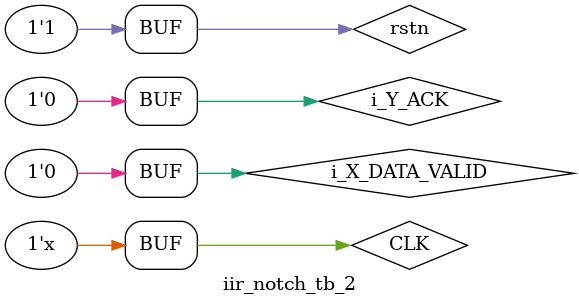
<source format=v>
`timescale 1ns/1ns
module iir_notch_tb_2;


reg CLK, rstn;
reg i_X_DATA_VALID;

wire o_X_DATA_READY;
wire [31:0] o_Y_DATA;
wire o_Y_DATA_VALID;
reg i_Y_ACK;
iir_notch  a(
	.i_X_DATA(32'h40000000), // input x (float)
	.i_X_DATA_VALID(i_X_DATA_VALID), //input x_data is valid
	.o_X_DATA_READY(o_X_DATA_READY), // iir_lpf busy
	.o_Y_DATA(o_Y_DATA), // output y (float)
	.o_Y_DATA_VALID(o_Y_DATA_VALID), // output data is valid
	.i_Y_ACK(i_Y_ACK), // A flag that external module get data, so, o_Y_DATA is going to meaningless
	// it can be used as elongating o_Y_DATA_VALID High (1)
	.i_CLK(CLK), // clock
	.i_RSTN(rstn) // reset activate Low(0)
	);
initial begin
CLK=0;
rstn=1;
i_Y_ACK=0;
#10 rstn=0;
#30 rstn=1;
#10 i_X_DATA_VALID=1;
#20 i_X_DATA_VALID=0;
end

always #10 CLK<=~CLK;

endmodule

</source>
